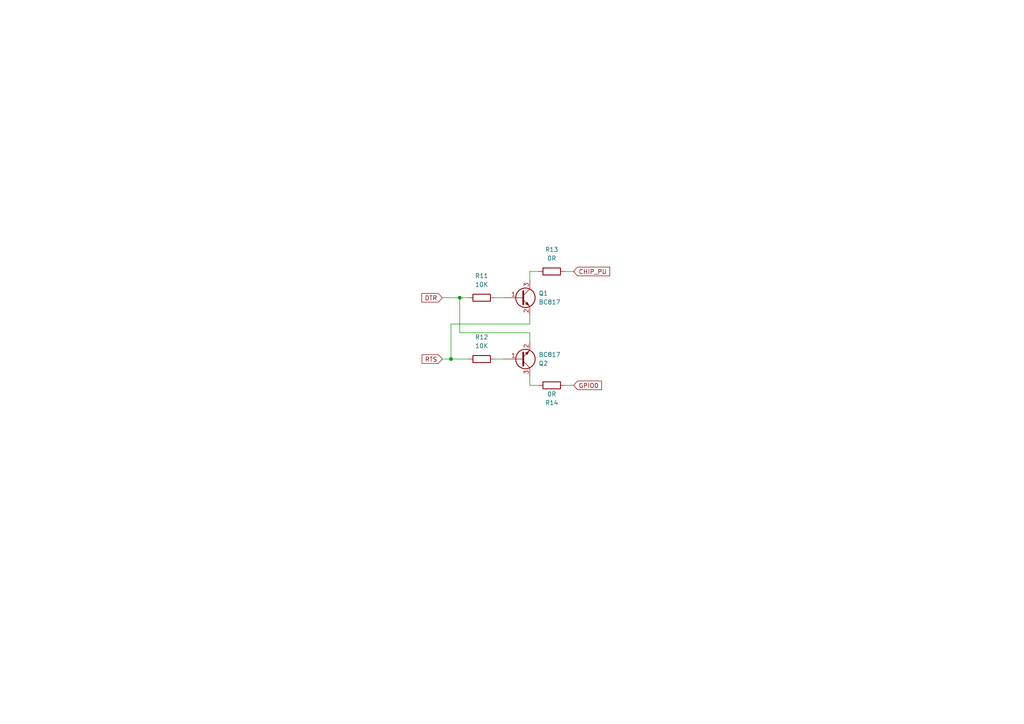
<source format=kicad_sch>
(kicad_sch (version 20231120) (generator "eeschema") (generator_version "8.0")
  (paper "A4")
  (lib_symbols
    (symbol "Device:R" (pin_numbers hide) (pin_names (offset 0))
      (property "Reference" "R" (at 2.032 0 90))
      (property "Value" "R" (at 0 0 90))
      (symbol "R_0_1"
        (rectangle (start -1.016 -2.54) (end 1.016 2.54) (stroke (width 0.254)))
      )
      (symbol "R_1_1"
        (pin passive line (at 0 3.81 270) (length 1.27) (name "~") (number "1"))
        (pin passive line (at 0 -3.81 90) (length 1.27) (name "~") (number "2"))
      )
    )
    (symbol "Transistor_BJT:BC817" (pin_names (offset 0) hide)
      (property "Reference" "Q" (at 5.08 1.905 0))
      (property "Value" "BC817" (at 5.08 0 0))
      (symbol "BC817_0_1"
        (polyline (pts (xy 0.635 0.635) (xy 2.54 2.54)))
        (polyline (pts (xy 0.635 -0.635) (xy 2.54 -2.54) (xy 2.54 -2.54)))
        (polyline (pts (xy 0.635 1.905) (xy 0.635 -1.905) (xy 0.635 -1.905)) (stroke (width 0.508)))
        (polyline (pts (xy 1.27 -1.778) (xy 1.778 -1.27) (xy 2.286 -2.286) (xy 1.27 -1.778) (xy 1.27 -1.778)) (fill (type outline)))
        (circle (center 1.27 0) (radius 2.8194) (stroke (width 0.254)))
      )
      (symbol "BC817_1_1"
        (pin input line (at -5.08 0 0) (length 5.715) (name "B") (number "1"))
        (pin passive line (at 2.54 -5.08 90) (length 2.54) (name "E") (number "2"))
        (pin passive line (at 2.54 5.08 270) (length 2.54) (name "C") (number "3"))
      )
    )
  )
  (junction (at 130.81 104.14))
  (junction (at 133.35 86.36))
  (wire (pts (xy 143.51 86.36) (xy 146.05 86.36)))
  (wire (pts (xy 153.67 111.76) (xy 153.67 109.22)))
  (wire (pts (xy 156.21 78.74) (xy 153.67 78.74)))
  (wire (pts (xy 163.83 78.74) (xy 166.37 78.74)))
  (wire (pts (xy 133.35 86.36) (xy 135.89 86.36)))
  (wire (pts (xy 130.81 104.14) (xy 135.89 104.14)))
  (wire (pts (xy 153.67 78.74) (xy 153.67 81.28)))
  (wire (pts (xy 133.35 96.52) (xy 133.35 86.36)))
  (wire (pts (xy 156.21 111.76) (xy 153.67 111.76)))
  (wire (pts (xy 163.83 111.76) (xy 166.37 111.76)))
  (wire (pts (xy 143.51 104.14) (xy 146.05 104.14)))
  (wire (pts (xy 153.67 99.06) (xy 153.67 96.52)))
  (wire (pts (xy 153.67 93.98) (xy 130.81 93.98)))
  (wire (pts (xy 128.27 86.36) (xy 133.35 86.36)))
  (wire (pts (xy 128.27 104.14) (xy 130.81 104.14)))
  (wire (pts (xy 153.67 96.52) (xy 133.35 96.52)))
  (wire (pts (xy 153.67 91.44) (xy 153.67 93.98)))
  (wire (pts (xy 130.81 93.98) (xy 130.81 104.14)))
  (global_label "CHIP_PU" (shape input) (at 166.37 78.74 0) (property "Intersheetrefs" "${INTERSHEET_REFS}" (effects (hide yes))))
  (global_label "GPIO0" (shape input) (at 166.37 111.76 0) (property "Intersheetrefs" "${INTERSHEET_REFS}" (effects (hide yes))))
  (global_label "DTR" (shape input) (at 128.27 86.36 180) (property "Intersheetrefs" "${INTERSHEET_REFS}" (effects (hide yes))))
  (global_label "RTS" (shape input) (at 128.27 104.14 180) (property "Intersheetrefs" "${INTERSHEET_REFS}" (effects (hide yes))))
  (symbol (lib_id "Device:R") (at 139.7 104.14 90) (unit 1)
    (property "Reference" "R12" (at 139.7 97.79 90))
    (property "Value" "10K" (at 139.7 100.33 90))
    (property "Footprint" "Resistor_SMD:R_0805_2012Metric" (effects (hide yes)))
  )
  (symbol (lib_id "Device:R") (at 139.7 86.36 90) (unit 1)
    (property "Reference" "R11" (at 139.7 80.01 90))
    (property "Value" "10K" (at 139.7 82.55 90))
    (property "Footprint" "Resistor_SMD:R_0805_2012Metric" (effects (hide yes)))
  )
  (symbol (lib_id "Transistor_BJT:BC817") (at 151.13 86.36 0) (unit 1)
    (property "Reference" "Q1" (at 156.21 85.09 0) (effects (justify left)))
    (property "Value" "BC817" (at 156.21 87.63 0) (effects (justify left)))
    (property "Footprint" "Package_TO_SOT_SMD:SOT-23" (effects (hide yes)))
    (property "Datasheet" "https://www.onsemi.com/pub/Collateral/BC818-D.pdf" (effects (hide yes)))
  )
  (symbol (lib_id "Device:R") (at 160.02 111.76 90) (unit 1)
    (property "Reference" "R14" (at 160.02 116.84 90))
    (property "Value" "0R" (at 160.02 114.3 90))
    (property "Footprint" "Resistor_SMD:R_0805_2012Metric" (effects (hide yes)))
  )
  (symbol (lib_id "Device:R") (at 160.02 78.74 90) (unit 1)
    (property "Reference" "R13" (at 160.02 72.39 90))
    (property "Value" "0R" (at 160.02 74.93 90))
    (property "Footprint" "Resistor_SMD:R_0805_2012Metric" (effects (hide yes)))
  )
  (symbol (lib_id "Transistor_BJT:BC817") (at 151.13 104.14 0) (mirror x) (unit 1)
    (property "Reference" "Q2" (at 156.21 105.41 0) (effects (justify left)))
    (property "Value" "BC817" (at 156.21 102.87 0) (effects (justify left)))
    (property "Footprint" "Package_TO_SOT_SMD:SOT-23" (effects (hide yes)))
    (property "Datasheet" "https://www.onsemi.com/pub/Collateral/BC818-D.pdf" (effects (hide yes)))
  )
)
</source>
